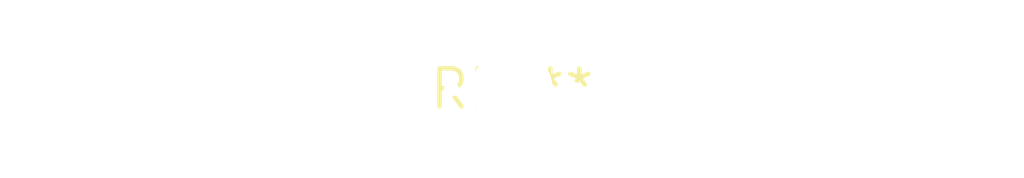
<source format=kicad_pcb>
(kicad_pcb (version 20240108) (generator pcbnew)
  (layers (0 "F.Cu" signal) (31 "B.Cu" signal) (34 "B.Paste" user) (35 "F.Paste" user) (36 "B.SilkS" user "B.Silkscreen") (37 "F.SilkS" user "F.Silkscreen") (38 "B.Mask" user) (39 "F.Mask" user) (44 "Edge.Cuts" user))
  (net 0 "")
  (footprint "MountingHole_2.7mm_M2.5_Pad_Via" (layer "F.Cu") (at 0 0)
    (property "Reference" "REF**")
    (property "Value" "MountingHole_2.7mm_M2.5_Pad_Via")
    (pad "1" thru_hole circle (at -2.025 0) (size 0.8 0.8) (drill 0.5) (layers *.Cu *.Mask) (remove_unused_layers))
    (pad "1" thru_hole circle (at -1.431891 -1.431891) (size 0.8 0.8) (drill 0.5) (layers *.Cu *.Mask) (remove_unused_layers))
    (pad "1" thru_hole circle (at -1.431891 1.431891) (size 0.8 0.8) (drill 0.5) (layers *.Cu *.Mask) (remove_unused_layers))
    (pad "1" thru_hole circle (at 0 -2.025) (size 0.8 0.8) (drill 0.5) (layers *.Cu *.Mask) (remove_unused_layers))
    (pad "1" thru_hole circle (at 0 0) (size 5.4 5.4) (drill 2.7) (layers *.Cu *.Mask) (remove_unused_layers))
    (pad "1" thru_hole circle (at 0 2.025) (size 0.8 0.8) (drill 0.5) (layers *.Cu *.Mask) (remove_unused_layers))
    (pad "1" thru_hole circle (at 1.431891 -1.431891) (size 0.8 0.8) (drill 0.5) (layers *.Cu *.Mask) (remove_unused_layers))
    (pad "1" thru_hole circle (at 1.431891 1.431891) (size 0.8 0.8) (drill 0.5) (layers *.Cu *.Mask) (remove_unused_layers))
    (pad "1" thru_hole circle (at 2.025 0) (size 0.8 0.8) (drill 0.5) (layers *.Cu *.Mask) (remove_unused_layers))
  )
)
</source>
